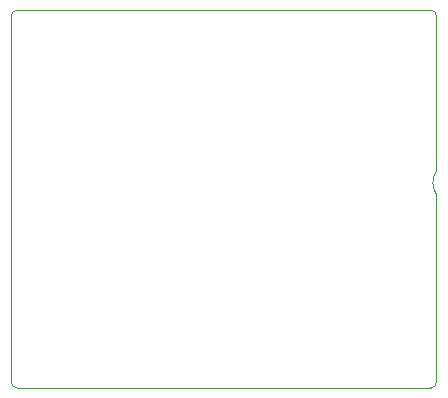
<source format=gko>
G04 #@! TF.GenerationSoftware,KiCad,Pcbnew,5.1.0*
G04 #@! TF.CreationDate,2019-05-06T20:06:38+02:00*
G04 #@! TF.ProjectId,printer-otter,7072696e-7465-4722-9d6f-747465722e6b,rev?*
G04 #@! TF.SameCoordinates,Original*
G04 #@! TF.FileFunction,Profile,NP*
%FSLAX46Y46*%
G04 Gerber Fmt 4.6, Leading zero omitted, Abs format (unit mm)*
G04 Created by KiCad (PCBNEW 5.1.0) date 2019-05-06 20:06:38*
%MOMM*%
%LPD*%
G04 APERTURE LIST*
%ADD10C,0.100000*%
G04 APERTURE END LIST*
D10*
X136000000Y-113625000D02*
X136000000Y-100500000D01*
X135500000Y-100000000D02*
X121750000Y-100000000D01*
X100000000Y-100500000D02*
G75*
G02X100500000Y-100000000I500000J0D01*
G01*
X100500000Y-132000000D02*
G75*
G02X100000000Y-131500000I0J500000D01*
G01*
X136000000Y-131500000D02*
G75*
G02X135500000Y-132000000I-500000J0D01*
G01*
X135500000Y-100000000D02*
G75*
G02X136000000Y-100500000I0J-500000D01*
G01*
X135500000Y-100000000D02*
X135500000Y-100000000D01*
X136000000Y-131500000D02*
X136000000Y-115625000D01*
X100500000Y-132000000D02*
X135500000Y-132000000D01*
X100000000Y-100500000D02*
X100000000Y-131500000D01*
X104500000Y-100000000D02*
X100500000Y-100000000D01*
X107000000Y-100000000D02*
X104500000Y-100000000D01*
X110000000Y-100000000D02*
X112500000Y-100000000D01*
X113000000Y-100000000D02*
X112500000Y-100000000D01*
X110000000Y-100000000D02*
X107000000Y-100000000D01*
X121750000Y-100000000D02*
X113000000Y-100000000D01*
X136000000Y-115625000D02*
G75*
G02X136000000Y-113625000I1499999J1000000D01*
G01*
M02*

</source>
